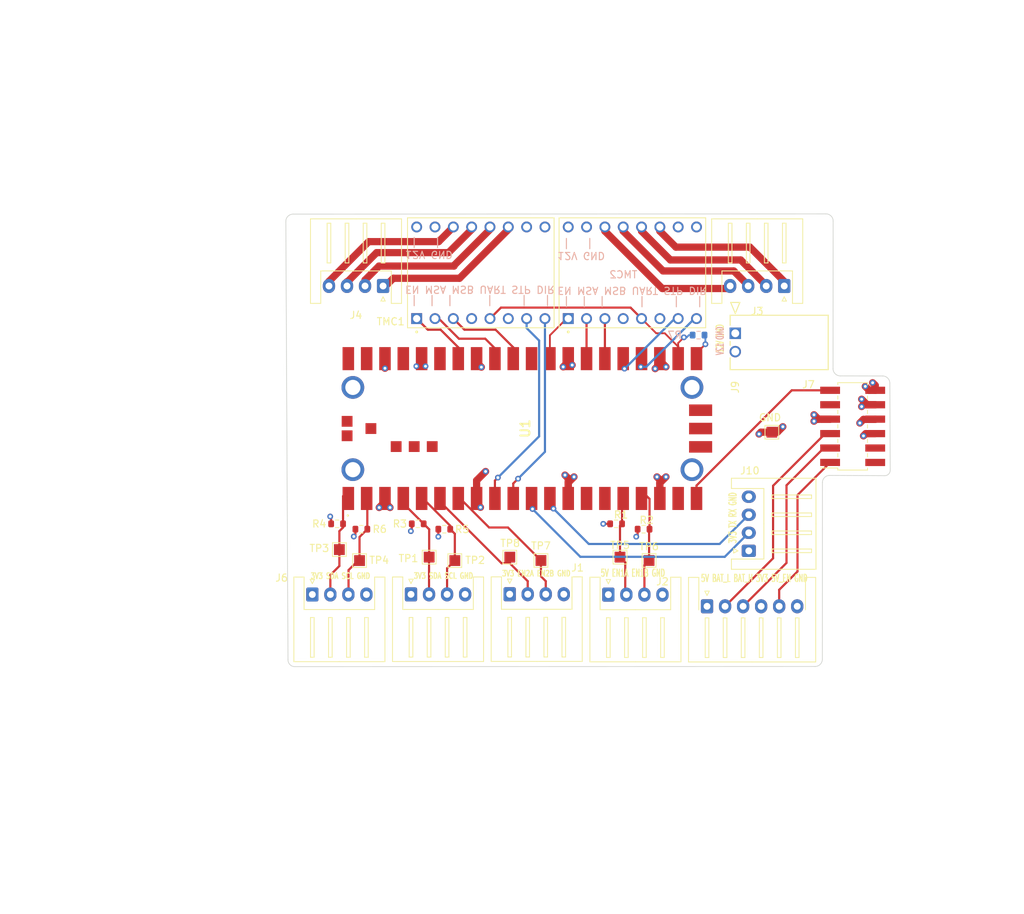
<source format=kicad_pcb>
(kicad_pcb (version 20240108) (generator "pcbnew") (generator_version "8.0")
  (layers (0 "F.Cu" signal) (1 "In1.Cu" power) (2 "In2.Cu" power) (31 "B.Cu" signal) (34 "B.Paste" user) (35 "F.Paste" user) (36 "B.SilkS" user "B.Silkscreen") (37 "F.SilkS" user "F.Silkscreen") (38 "B.Mask" user) (39 "F.Mask" user) (44 "Edge.Cuts" user))
  (net 0 "")
  (net 1 "SDA")
  (net 2 "SCL")
  (net 3 "ENCODER_1A")
  (net 4 "+3V3")
  (net 5 "ENCODER_1B")
  (net 6 "STEPA")
  (net 8 "UART_PDN")
  (net 9 "Net-(U1-GPIO16)")
  (net 10 "MS1A")
  (net 11 "GND")
  (net 12 "+12V")
  (net 13 "DIRA")
  (net 14 "STEPB")
  (net 15 "MS2B")
  (net 16 "MS1B")
  (net 17 "DIRB")
  (net 18 "ENCODER_2A")
  (net 19 "ENCODER_2B")
  (net 20 "SDA_PI")
  (net 21 "SCL_PI")
  (net 22 "ENA")
  (net 23 "BATT_SENSE_LV")
  (net 24 "BATT_SENSE_HV")
  (net 30 "5V_EN")
  (net 31 "OUT_RX")
  (net 32 "OUT_TX")
  (net 33 "+5V")
  (net 34 "12V_ENABLE")
  (net 36 "ENB")
  (net 38 "/Motor2A2")
  (net 39 "/Motor2A1")
  (net 40 "/Motor2B2")
  (net 41 "/Motor2B1")
  (net 42 "/Motor1B1")
  (net 43 "/Motor1B2")
  (net 44 "/Motor1A1")
  (net 45 "/Motor1A2")
  (net 47 "TX1")
  (net 48 "RX1")
  (net 49 "MS2A")
  (footprint "Connector_JST:JST_XH_S4B-XH-A_1x04_P2.50mm_Horizontal" (layer "F.Cu") (at 121.98 105.552)
    (property "Reference" "J6" (at -4.25 -2.3 0) (layer "F.SilkS"))
    (property "Value" "Conn_01x04")
    (pad "1" thru_hole roundrect (at 0 0) (size 1.7 1.95) (drill 0.95) (layers "*.Cu" "*.Mask") (roundrect_rratio 0.1470588235) (net 4 "+3V3"))
    (pad "2" thru_hole oval (at 2.5 0) (size 1.7 1.95) (drill 0.95) (layers "*.Cu" "*.Mask") (net 1 "SDA"))
    (pad "3" thru_hole oval (at 5 0) (size 1.7 1.95) (drill 0.95) (layers "*.Cu" "*.Mask") (net 2 "SCL"))
    (pad "4" thru_hole oval (at 7.5 0) (size 1.7 1.95) (drill 0.95) (layers "*.Cu" "*.Mask") (net 11 "GND"))
  )
  (footprint "Resistor_SMD:R_0603_1608Metric" (layer "F.Cu") (at 136.589 95.758 180)
    (property "Reference" "R3" (at 2.477 0 0) (layer "F.SilkS"))
    (property "Value" "4k7")
    (pad "1" smd roundrect (at -0.825 0 180) (size 0.8 0.95) (layers "F.Cu" "F.Paste" "F.Mask") (net 20 "SDA_PI"))
    (pad "2" smd roundrect (at 0.825 0 180) (size 0.8 0.95) (layers "F.Cu" "F.Paste" "F.Mask") (net 4 "+3V3"))
  )
  (footprint "Connector_JST:JST_XH_S4B-XH-A_1x04_P2.50mm_Horizontal" (layer "F.Cu") (at 163.0125 105.57)
    (property "Reference" "J2" (at 7.5 -1.8 0) (layer "F.SilkS"))
    (property "Value" "Conn_01x04")
    (pad "1" thru_hole roundrect (at 0 0) (size 1.7 1.95) (drill 0.95) (layers "*.Cu" "*.Mask") (roundrect_rratio 0.1470588235) (net 33 "+5V"))
    (pad "2" thru_hole oval (at 2.5 0) (size 1.7 1.95) (drill 0.95) (layers "*.Cu" "*.Mask") (net 3 "ENCODER_1A"))
    (pad "3" thru_hole oval (at 5 0) (size 1.7 1.95) (drill 0.95) (layers "*.Cu" "*.Mask") (net 5 "ENCODER_1B"))
    (pad "4" thru_hole oval (at 7.5 0) (size 1.7 1.95) (drill 0.95) (layers "*.Cu" "*.Mask") (net 11 "GND"))
  )
  (footprint "Connector_JST:JST_XH_S4B-XH-A_1x04_P2.50mm_Horizontal" (layer "F.Cu") (at 149.335 105.516)
    (property "Reference" "J1" (at 9.415 -3.662 0) (layer "F.SilkS"))
    (property "Value" "Conn_01x04")
    (pad "1" thru_hole roundrect (at 0 0) (size 1.7 1.95) (drill 0.95) (layers "*.Cu" "*.Mask") (roundrect_rratio 0.1470588235) (net 4 "+3V3"))
    (pad "2" thru_hole oval (at 2.5 0) (size 1.7 1.95) (drill 0.95) (layers "*.Cu" "*.Mask") (net 18 "ENCODER_2A"))
    (pad "3" thru_hole oval (at 5 0) (size 1.7 1.95) (drill 0.95) (layers "*.Cu" "*.Mask") (net 19 "ENCODER_2B"))
    (pad "4" thru_hole oval (at 7.5 0) (size 1.7 1.95) (drill 0.95) (layers "*.Cu" "*.Mask") (net 11 "GND"))
  )
  (footprint "TestPoint:TestPoint_Pad_1.5x1.5mm" (layer "F.Cu") (at 153.67 100.838)
    (property "Reference" "TP7" (at 0 -2.032 0) (layer "F.SilkS"))
    (property "Value" "TestPoint")
    (pad "1" smd rect (at 0 0) (size 1.5 1.5) (layers "F.Cu" "F.Mask") (net 19 "ENCODER_2B"))
  )
  (footprint "MCU_RaspberryPi_and_Boards:PICO" (layer "F.Cu") (at 151.1 82.55 90)
    (property "Reference" "U1" (at 0 0.4 90) (layer "F.SilkS") (effects (font (size 1.27 1.27) (thickness 0.254))))
    (property "Value" "Pico" (hide yes))
    (pad "1" smd rect (at -9.69 -24.13 180) (size 1.6 3.2) (layers "F.Cu" "F.Paste" "F.Mask") (net 1 "SDA"))
    (pad "2" smd rect (at -9.69 -21.59 180) (size 1.6 3.2) (layers "F.Cu" "F.Paste" "F.Mask") (net 2 "SCL"))
    (pad "3" smd rect (at -9.69 -19.05 180) (size 1.6 3.2) (layers "F.Cu" "F.Paste" "F.Mask") (net 11 "GND"))
    (pad "4" smd rect (at -9.69 -16.51 180) (size 1.6 3.2) (layers "F.Cu" "F.Paste" "F.Mask") (net 20 "SDA_PI"))
    (pad "5" smd rect (at -9.69 -13.97 180) (size 1.6 3.2) (layers "F.Cu" "F.Paste" "F.Mask") (net 21 "SCL_PI"))
    (pad "6" smd rect (at -9.69 -11.43 180) (size 1.6 3.2) (layers "F.Cu" "F.Paste" "F.Mask") (net 18 "ENCODER_2A"))
    (pad "7" smd rect (at -9.69 -8.89 180) (size 1.6 3.2) (layers "F.Cu" "F.Paste" "F.Mask") (net 19 "ENCODER_2B"))
    (pad "8" smd rect (at -9.69 -6.35 180) (size 1.6 3.2) (layers "F.Cu" "F.Paste" "F.Mask") (net 11 "GND"))
    (pad "9" smd rect (at -9.69 -3.81 180) (size 1.6 3.2) (layers "F.Cu" "F.Paste" "F.Mask") (net 6 "STEPA"))
    (pad "10" smd rect (at -9.69 -1.27 180) (size 1.6 3.2) (layers "F.Cu" "F.Paste" "F.Mask") (net 13 "DIRA"))
    (pad "11" smd rect (at -9.69 1.27 180) (size 1.6 3.2) (layers "F.Cu" "F.Paste" "F.Mask") (net 47 "TX1"))
    (pad "12" smd rect (at -9.69 3.81 180) (size 1.6 3.2) (layers "F.Cu" "F.Paste" "F.Mask") (net 48 "RX1"))
    (pad "13" smd rect (at -9.69 6.35 180) (size 1.6 3.2) (layers "F.Cu" "F.Paste" "F.Mask") (net 11 "GND"))
    (pad "14" smd rect (at -9.69 8.89 180) (size 1.6 3.2) (layers "F.Cu" "F.Paste" "F.Mask"))
    (pad "15" smd rect (at -9.69 11.43 180) (size 1.6 3.2) (layers "F.Cu" "F.Paste" "F.Mask"))
    (pad "16" smd rect (at -9.69 13.97 180) (size 1.6 3.2) (layers "F.Cu" "F.Paste" "F.Mask") (net 3 "ENCODER_1A"))
    (pad "17" smd rect (at -9.69 16.51 180) (size 1.6 3.2) (layers "F.Cu" "F.Paste" "F.Mask") (net 5 "ENCODER_1B"))
    (pad "18" smd rect (at -9.69 19.05 180) (size 1.6 3.2) (layers "F.Cu" "F.Paste" "F.Mask") (net 11 "GND"))
    (pad "19" smd rect (at -9.69 21.59 180) (size 1.6 3.2) (layers "F.Cu" "F.Paste" "F.Mask"))
    (pad "20" smd rect (at -9.69 24.13 180) (size 1.6 3.2) (layers "F.Cu" "F.Paste" "F.Mask") (net 34 "12V_ENABLE"))
    (pad "21" smd rect (at 9.69 24.13 180) (size 1.6 3.2) (layers "F.Cu" "F.Paste" "F.Mask") (net 9 "Net-(U1-GPIO16)"))
    (pad "22" smd rect (at 9.69 21.59 180) (size 1.6 3.2) (layers "F.Cu" "F.Paste" "F.Mask") (net 8 "UART_PDN"))
    (pad "23" smd rect (at 9.69 19.05 180) (size 1.6 3.2) (layers "F.Cu" "F.Paste" "F.Mask") (net 11 "GND"))
    (pad "24" smd rect (at 9.69 16.51 180) (size 1.6 3.2) (layers "F.Cu" "F.Paste" "F.Mask") (net 17 "DIRB"))
    (pad "25" smd rect (at 9.69 13.97 180) (size 1.6 3.2) (layers "F.Cu" "F.Paste" "F.Mask") (net 14 "STEPB"))
    (pad "26" smd rect (at 9.69 11.43 180) (size 1.6 3.2) (layers "F.Cu" "F.Paste" "F.Mask") (net 15 "MS2B"))
    (pad "27" smd rect (at 9.69 8.89 180) (size 1.6 3.2) (layers "F.Cu" "F.Paste" "F.Mask") (net 49 "MS2A"))
    (pad "28" smd rect (at 9.69 6.35 180) (size 1.6 3.2) (layers "F.Cu" "F.Paste" "F.Mask") (net 11 "GND"))
    (pad "29" smd rect (at 9.69 3.81 180) (size 1.6 3.2) (layers "F.Cu" "F.Paste" "F.Mask") (net 36 "ENB"))
    (pad "30" smd rect (at 9.69 1.27 180) (size 1.6 3.2) (layers "F.Cu" "F.Paste" "F.Mask"))
    (pad "31" smd rect (at 9.69 -1.27 180) (size 1.6 3.2) (layers "F.Cu" "F.Paste" "F.Mask") (net 16 "MS1B"))
    (pad "32" smd rect (at 9.69 -3.81 180) (size 1.6 3.2) (layers "F.Cu" "F.Paste" "F.Mask") (net 10 "MS1A"))
    (pad "33" smd rect (at 9.69 -6.35 180) (size 1.6 3.2) (layers "F.Cu" "F.Paste" "F.Mask") (net 11 "GND"))
    (pad "34" smd rect (at 9.69 -8.89 180) (size 1.6 3.2) (layers "F.Cu" "F.Paste" "F.Mask") (net 22 "ENA"))
    (pad "35" smd rect (at 9.69 -11.43 180) (size 1.6 3.2) (layers "F.Cu" "F.Paste" "F.Mask"))
    (pad "36" smd rect (at 9.69 -13.97 180) (size 1.6 3.2) (layers "F.Cu" "F.Paste" "F.Mask") (net 4 "+3V3"))
    (pad "37" smd rect (at 9.69 -16.51 180) (size 1.6 3.2) (layers "F.Cu" "F.Paste" "F.Mask"))
    (pad "38" smd rect (at 9.69 -19.05 180) (size 1.6 3.2) (layers "F.Cu" "F.Paste" "F.Mask") (net 11 "GND"))
    (pad "39" smd rect (at 9.69 -21.59 180) (size 1.6 3.2) (layers "F.Cu" "F.Paste" "F.Mask"))
    (pad "40" smd rect (at 9.69 -24.13 180) (size 1.6 3.2) (layers "F.Cu" "F.Paste" "F.Mask"))
    (pad "D1" smd rect (at -2.54 24.7 90) (size 1.6 3.2) (layers "F.Cu" "F.Paste" "F.Mask"))
    (pad "D2" smd rect (at 0 24.7 90) (size 1.6 3.2) (layers "F.Cu" "F.Paste" "F.Mask"))
    (pad "D3" smd rect (at 2.54 24.7 90) (size 1.6 3.2) (layers "F.Cu" "F.Paste" "F.Mask"))
    (pad "MH1" thru_hole circle (at -5.7 -23.5 90) (size 3.15 3.15) (drill 2.1) (layers "*.Cu" "*.Mask"))
    (pad "MH2" thru_hole circle (at 5.7 -23.5 90) (size 3.15 3.15) (drill 2.1) (layers "*.Cu" "*.Mask"))
    (pad "MH3" thru_hole circle (at -5.7 23.5 90) (size 3.15 3.15) (drill 2.1) (layers "*.Cu" "*.Mask"))
    (pad "MH4" thru_hole circle (at 5.7 23.5 90) (size 3.15 3.15) (drill 2.1) (layers "*.Cu" "*.Mask"))
    (pad "TP1" smd rect (at 0 -21 180) (size 1.5 1.5) (layers "F.Cu" "F.Paste" "F.Mask"))
    (pad "TP2" smd rect (at 1 -24.3 180) (size 1.5 1.5) (layers "F.Cu" "F.Paste" "F.Mask"))
    (pad "TP3" smd rect (at -1 -24.3 180) (size 1.5 1.5) (layers "F.Cu" "F.Paste" "F.Mask"))
    (pad "TP4" smd rect (at -2.5 -17.5 180) (size 1.5 1.5) (layers "F.Cu" "F.Paste" "F.Mask"))
    (pad "TP5" smd rect (at -2.5 -15 180) (size 1.5 1.5) (layers "F.Cu" "F.Paste" "F.Mask"))
    (pad "TP6" smd rect (at -2.5 -12.5 180) (size 1.5 1.5) (layers "F.Cu" "F.Paste" "F.Mask"))
  )
  (footprint "TestPoint:TestPoint_Pad_1.5x1.5mm" (layer "F.Cu") (at 164.626808 100.376)
    (property "Reference" "TP5" (at 0 -1.648 0) (layer "F.SilkS"))
    (property "Value" "TestPoint")
    (pad "1" smd rect (at 0 0) (size 1.5 1.5) (layers "F.Cu" "F.Mask") (net 3 "ENCODER_1A"))
  )
  (footprint "Connector_PinSocket_2.00mm:PinSocket_2x06_P2.00mm_Vertical_SMD" (layer "F.Cu") (at 196.875 82.25 180)
    (property "Reference" "J7" (at 6.121 5.796 180) (layer "F.SilkS"))
    (property "Value" "Conn_02x06_Odd_Even")
    (pad "1" smd rect (at 3.125 -5 180) (size 2.75 1) (layers "F.Cu" "F.Paste" "F.Mask") (net 30 "5V_EN"))
    (pad "2" smd rect (at -3.125 -5 180) (size 2.75 1) (layers "F.Cu" "F.Paste" "F.Mask") (net 31 "OUT_RX"))
    (pad "3" smd rect (at 3.125 -3 180) (size 2.75 1) (layers "F.Cu" "F.Paste" "F.Mask") (net 24 "BATT_SENSE_HV"))
    (pad "4" smd rect (at -3.125 -3 180) (size 2.75 1) (layers "F.Cu" "F.Paste" "F.Mask") (net 32 "OUT_TX"))
    (pad "5" smd rect (at 3.125 -1 180) (size 2.75 1) (layers "F.Cu" "F.Paste" "F.Mask") (net 23 "BATT_SENSE_LV"))
    (pad "6" smd rect (at -3.125 -1 180) (size 2.75 1) (layers "F.Cu" "F.Paste" "F.Mask") (net 11 "GND"))
    (pad "7" smd rect (at 3.125 1 180) (size 2.75 1) (layers "F.Cu" "F.Paste" "F.Mask") (net 11 "GND"))
    (pad "8" smd rect (at -3.125 1 180) (size 2.75 1) (layers "F.Cu" "F.Paste" "F.Mask") (net 33 "+5V"))
    (pad "9" smd rect (at 3.125 3 180) (size 2.75 1) (layers "F.Cu" "F.Paste" "F.Mask"))
    (pad "10" smd rect (at -3.125 3 180) (size 2.75 1) (layers "F.Cu" "F.Paste" "F.Mask") (net 4 "+3V3"))
    (pad "11" smd rect (at 3.125 5 180) (size 2.75 1) (layers "F.Cu" "F.Paste" "F.Mask") (net 34 "12V_ENABLE"))
    (pad "12" smd rect (at -3.125 5 180) (size 2.75 1) (layers "F.Cu" "F.Paste" "F.Mask") (net 11 "GND"))
  )
  (footprint "power_conn:CON_1719740002_MOL" (layer "F.Cu") (at 180.605001 69.34835 90)
    (property "Reference" "J9" (at -7.46765 -0.011001 90) (layer "F.SilkS"))
    (property "Value" "Conn_01x02")
    (pad "1" thru_hole rect (at 0 0 90) (size 1.59 1.59) (drill 1.09) (layers "*.Cu" "*.Mask") (net 11 "GND"))
    (pad "2" thru_hole circle (at -2.54 0 90) (size 1.59 1.59) (drill 1.09) (layers "*.Cu" "*.Mask") (net 12 "+12V"))
  )
  (footprint "Resistor_SMD:R_0603_1608Metric" (layer "F.Cu") (at 167.894 96.499 180)
    (property "Reference" "R2" (at -0.425 1.25 0) (layer "F.SilkS"))
    (property "Value" "4K7")
    (pad "1" smd roundrect (at -0.825 0 180) (size 0.8 0.95) (layers "F.Cu" "F.Paste" "F.Mask") (net 5 "ENCODER_1B"))
    (pad "2" smd roundrect (at 0.825 0 180) (size 0.8 0.95) (layers "F.Cu" "F.Paste" "F.Mask") (net 4 "+3V3"))
  )
  (footprint "Connector_JST:JST_XH_S6B-XH-A-1_1x06_P2.50mm_Horizontal" (layer "F.Cu") (at 176.69 107.188)
    (property "Reference" "J8" (hide yes))
    (property "Value" "Conn_01x06_MountingPin")
    (pad "1" thru_hole roundrect (at 0 0) (size 1.7 1.95) (drill 0.95) (layers "*.Cu" "*.Mask") (roundrect_rratio 0.1470588235) (net 33 "+5V"))
    (pad "2" thru_hole oval (at 2.5 0) (size 1.7 1.95) (drill 0.95) (layers "*.Cu" "*.Mask") (net 23 "BATT_SENSE_LV"))
    (pad "3" thru_hole oval (at 5 0) (size 1.7 1.95) (drill 0.95) (layers "*.Cu" "*.Mask") (net 24 "BATT_SENSE_HV"))
    (pad "4" thru_hole oval (at 7.5 0) (size 1.7 1.95) (drill 0.95) (layers "*.Cu" "*.Mask") (net 4 "+3V3"))
    (pad "5" thru_hole oval (at 10 0) (size 1.7 1.95) (drill 0.95) (layers "*.Cu" "*.Mask") (net 30 "5V_EN"))
    (pad "6" thru_hole oval (at 12.5 0) (size 1.7 1.95) (drill 0.95) (layers "*.Cu" "*.Mask") (net 11 "GND"))
  )
  (footprint "TestPoint:TestPoint_Pad_1.5x1.5mm" (layer "F.Cu") (at 128.524 100.85)
    (property "Reference" "TP4" (at 2.726 -0.05 0) (layer "F.SilkS"))
    (property "Value" "TestPoint")
    (pad "1" smd rect (at 0 0) (size 1.5 1.5) (layers "F.Cu" "F.Mask") (net 2 "SCL"))
  )
  (footprint "TMC2209:MODULE_TMC2209_SILENTSTEPSTICK" (layer "F.Cu") (at 145.334666 60.96 90)
    (property "Reference" "TMC1" (at -6.762 -12.492666 180) (layer "F.SilkS"))
    (property "Value" "~")
    (pad "1" thru_hole rect (at -6.35 -8.89 90) (size 1.508 1.508) (drill 1) (layers "*.Cu" "*.Mask") (net 22 "ENA"))
    (pad "2" thru_hole circle (at -6.35 -6.35 90) (size 1.508 1.508) (drill 1) (layers "*.Cu" "*.Mask") (net 10 "MS1A"))
    (pad "3" thru_hole circle (at -6.35 -3.81 90) (size 1.508 1.508) (drill 1) (layers "*.Cu" "*.Mask") (net 16 "MS1B"))
    (pad "4" thru_hole circle (at -6.35 -1.27 90) (size 1.508 1.508) (drill 1) (layers "*.Cu" "*.Mask"))
    (pad "5" thru_hole circle (at -6.35 1.27 90) (size 1.508 1.508) (drill 1) (layers "*.Cu" "*.Mask") (net 8 "UART_PDN"))
    (pad "6" thru_hole circle (at -6.35 3.81 90) (size 1.508 1.508) (drill 1) (layers "*.Cu" "*.Mask") (net 11 "GND"))
    (pad "7" thru_hole circle (at -6.35 6.35 90) (size 1.508 1.508) (drill 1) (layers "*.Cu" "*.Mask") (net 6 "STEPA"))
    (pad "8" thru_hole circle (at -6.35 8.89 90) (size 1.508 1.508) (drill 1) (layers "*.Cu" "*.Mask") (net 13 "DIRA"))
    (pad "9" thru_hole circle (at 6.35 -8.89 90) (size 1.508 1.508) (drill 1) (layers "*.Cu" "*.Mask") (net 12 "+12V"))
    (pad "10" thru_hole circle (at 6.35 -6.35 90) (size 1.508 1.508) (drill 1) (layers "*.Cu" "*.Mask") (net 11 "GND"))
    (pad "11" thru_hole circle (at 6.35 -3.81 90) (size 1.508 1.508) (drill 1) (layers "*.Cu" "*.Mask") (net 45 "/Motor1A2"))
    (pad "12" thru_hole circle (at 6.35 -1.27 90) (size 1.508 1.508) (drill 1) (layers "*.Cu" "*.Mask") (net 44 "/Motor1A1"))
    (pad "13" thru_hole circle (at 6.35 1.27 90) (size 1.508 1.508) (drill 1) (layers "*.Cu" "*.Mask") (net 43 "/Motor1B2"))
    (pad "14" thru_hole circle (at 6.35 3.81 90) (size 1.508 1.508) (drill 1) (layers "*.Cu" "*.Mask") (net 42 "/Motor1B1"))
    (pad "15" thru_hole circle (at 6.35 6.35 90) (size 1.508 1.508) (drill 1) (layers "*.Cu" "*.Mask") (net 4 "+3V3"))
    (pad "16" thru_hole circle (at 6.35 8.89 90) (size 1.508 1.508) (drill 1) (layers "*.Cu" "*.Mask") (net 11 "GND"))
  )
  (footprint "Resistor_SMD:R_0603_1608Metric" (layer "F.Cu") (at 128.778 96.499 180)
    (property "Reference" "R6" (at -2.54 0 180) (layer "F.SilkS"))
    (property "Value" "4k7")
    (pad "1" smd roundrect (at -0.825 0 180) (size 0.8 0.95) (layers "F.Cu" "F.Paste" "F.Mask") (net 2 "SCL"))
    (pad "2" smd roundrect (at 0.825 0 180) (size 0.8 0.95) (layers "F.Cu" "F.Paste" "F.Mask") (net 4 "+3V3"))
  )
  (footprint "Resistor_SMD:R_0603_1608Metric" (layer "F.Cu") (at 164.084 95.758 180)
    (property "Reference" "R1" (at -0.675 1.25 0) (layer "F.SilkS"))
    (property "Value" "4K7")
    (pad "1" smd roundrect (at -0.825 0 180) (size 0.8 0.95) (layers "F.Cu" "F.Paste" "F.Mask") (net 3 "ENCODER_1A"))
    (pad "2" smd roundrect (at 0.825 0 180) (size 0.8 0.95) (layers "F.Cu" "F.Paste" "F.Mask") (net 4 "+3V3"))
  )
  (footprint "Connector_JST:JST_XH_S4B-XH-A_1x04_P2.50mm_Horizontal" (layer "F.Cu") (at 182.478 99.5 90)
    (property "Reference" "J10" (at 11.108 0.148 180) (layer "F.SilkS"))
    (property "Value" "Conn_01x04")
    (pad "1" thru_hole roundrect (at 0 0 90) (size 1.7 1.95) (drill 0.95) (layers "*.Cu" "*.Mask") (roundrect_rratio 0.1470588235) (net 4 "+3V3"))
    (pad "2" thru_hole oval (at 2.5 0 90) (size 1.7 1.95) (drill 0.95) (layers "*.Cu" "*.Mask") (net 47 "TX1"))
    (pad "3" thru_hole oval (at 5 0 90) (size 1.7 1.95) (drill 0.95) (layers "*.Cu" "*.Mask") (net 48 "RX1"))
    (pad "4" thru_hole oval (at 7.5 0 90) (size 1.7 1.95) (drill 0.95) (layers "*.Cu" "*.Mask") (net 11 "GND"))
  )
  (footprint "Resistor_SMD:R_0603_1608Metric" (layer "F.Cu") (at 125.413 95.758 180)
    (property "Reference" "R4" (at 2.477 0 180) (layer "F.SilkS"))
    (property "Value" "4k7")
    (pad "1" smd roundrect (at -0.825 0 180) (size 0.8 0.95) (layers "F.Cu" "F.Paste" "F.Mask") (net 1 "SDA"))
    (pad "2" smd roundrect (at 0.825 0 180) (size 0.8 0.95) (layers "F.Cu" "F.Paste" "F.Mask") (net 4 "+3V3"))
  )
  (footprint "TestPoint:TestPoint_Pad_1.5x1.5mm" (layer "F.Cu") (at 168.656 100.838)
    (property "Reference" "TP6" (at -0.006 -1.938 0) (layer "F.SilkS"))
    (property "Value" "TestPoint")
    (pad "1" smd rect (at 0 0) (size 1.5 1.5) (layers "F.Cu" "F.Mask") (net 5 "ENCODER_1B"))
  )
  (footprint "TestPoint:TestPoint_Pad_1.5x1.5mm" (layer "F.Cu") (at 125.73 99.326)
    (property "Reference" "TP3" (at -2.78 -0.176 0) (layer "F.SilkS"))
    (property "Value" "TestPoint")
    (pad "1" smd rect (at 0 0) (size 1.5 1.5) (layers "F.Cu" "F.Mask") (net 1 "SDA"))
  )
  (footprint "TestPoint:TestPoint_Pad_1.5x1.5mm" (layer "F.Cu") (at 141.732 100.85)
    (property "Reference" "TP2" (at 2.818 -0.05 0) (layer "F.SilkS"))
    (property "Value" "TestPoint")
    (pad "1" smd rect (at 0 0) (size 1.5 1.5) (layers "F.Cu" "F.Mask") (net 21 "SCL_PI"))
  )
  (footprint "TestPoint:TestPoint_Pad_1.5x1.5mm" (layer "F.Cu") (at 149.352 100.376)
    (property "Reference" "TP8" (at 0.048 -1.926 0) (layer "F.SilkS"))
    (property "Value" "TestPoint")
    (pad "1" smd rect (at 0 0) (size 1.5 1.5) (layers "F.Cu" "F.Mask") (net 18 "ENCODER_2A"))
  )
  (footprint "TestPoint:TestPoint_Pad_1.5x1.5mm" (layer "F.Cu") (at 185.674 83.058)
    (property "Reference" "GND" (at -0.254 -2.032 0) (layer "F.SilkS"))
    (property "Value" "TestPoint")
    (pad "1" smd rect (at 0 0) (size 1.5 1.5) (layers "F.Cu" "F.Mask") (net 11 "GND"))
  )
  (footprint "Connector_JST:JST_XH_S4B-XH-A_1x04_P2.50mm_Horizontal" (layer "F.Cu") (at 131.786 62.79 180)
    (property "Reference" "J4" (at 3.75 -4.05 0) (layer "F.SilkS"))
    (property "Value" "Conn_01x04")
    (pad "1" thru_hole roundrect (at 0 0 180) (size 1.7 1.95) (drill 0.95) (layers "*.Cu" "*.Mask") (roundrect_rratio 0.1470588235) (net 42 "/Motor1B1"))
    (pad "2" thru_hole oval (at 2.5 0 180) (size 1.7 1.95) (drill 0.95) (layers "*.Cu" "*.Mask") (net 43 "/Motor1B2"))
    (pad "3" thru_hole oval (at 5 0 180) (size 1.7 1.95) (drill 0.95) (layers "*.Cu" "*.Mask") (net 44 "/Motor1A1"))
    (pad "4" thru_hole oval (at 7.5 0 180) (size 1.7 1.95) (drill 0.95) (layers "*.Cu" "*.Mask") (net 45 "/Motor1A2"))
  )
  (footprint "Connector_JST:JST_XH_S4B-XH-A_1x04_P2.50mm_Horizontal" (layer "F.Cu") (at 187.392 62.79 180)
    (property "Reference" "J3" (at 3.75 -3.5 0) (layer "F.SilkS"))
    (property "Value" "Conn_01x04")
    (pad "1" thru_hole roundrect (at 0 0 180) (size 1.7 1.95) (drill 0.95) (layers "*.Cu" "*.Mask") (roundrect_rratio 0.1470588235) (net 41 "/Motor2B1"))
    (pad "2" thru_hole oval (at 2.5 0 180) (size 1.7 1.95) (drill 0.95) (layers "*.Cu" "*.Mask") (net 40 "/Motor2B2"))
    (pad "3" thru_hole oval (at 5 0 180) (size 1.7 1.95) (drill 0.95) (layers "*.Cu" "*.Mask") (net 39 "/Motor2A1"))
    (pad "4" thru_hole oval (at 7.5 0 180) (size 1.7 1.95) (drill 0.95) (layers "*.Cu" "*.Mask") (net 38 "/Motor2A2"))
  )
  (footprint "TestPoint:TestPoint_Pad_1.5x1.5mm" (layer "F.Cu") (at 138.176 100.376)
    (property "Reference" "TP1" (at -2.876 0.174 0) (layer "F.SilkS"))
    (property "Value" "TestPoint")
    (pad "1" smd rect (at 0 0) (size 1.5 1.5) (layers "F.Cu" "F.Mask") (net 20 "SDA_PI"))
  )
  (footprint "Connector_JST:JST_XH_S4B-XH-A_1x04_P2.50mm_Horizontal" (layer "F.Cu") (at 135.6575 105.534)
    (property "Reference" "J5" (hide yes))
    (property "Value" "Conn_01x04")
    (pad "1" thru_hole roundrect (at 0 0) (size 1.7 1.95) (drill 0.95) (layers "*.Cu" "*.Mask") (roundrect_rratio 0.1470588235) (net 4 "+3V3"))
    (pad "2" thru_hole oval (at 2.5 0) (size 1.7 1.95) (drill 0.95) (layers "*.Cu" "*.Mask") (net 20 "SDA_PI"))
    (pad "3" thru_hole oval (at 5 0) (size 1.7 1.95) (drill 0.95) (layers "*.Cu" "*.Mask") (net 21 "SCL_PI"))
    (pad "4" thru_hole oval (at 7.5 0) (size 1.7 1.95) (drill 0.95) (layers "*.Cu" "*.Mask") (net 11 "GND"))
  )
  (footprint "Resistor_SMD:R_0603_1608Metric" (layer "F.Cu") (at 140.271 96.499 180)
    (property "Reference" "R5" (at -2.477 -0.021 0) (layer "F.SilkS"))
    (property "Value" "4k7")
    (pad "1" smd roundrect (at -0.825 0 180) (size 0.8 0.95) (layers "F.Cu" "F.Paste" "F.Mask") (net 21 "SCL_PI"))
    (pad "2" smd roundrect (at 0.825 0 180) (size 0.8 0.95) (layers "F.Cu" "F.Paste" "F.Mask") (net 4 "+3V3"))
  )
  (footprint "TMC2209:MODULE_TMC2209_SILENTSTEPSTICK" (layer "F.Cu") (at 166.343332 60.96 90)
    (property "Reference" "TMC2" (at -0.254 -1.243332 0) (layer "B.SilkS") (effects (justify mirror)))
    (property "Value" "~")
    (pad "1" thru_hole rect (at -6.35 -8.89 90) (size 1.508 1.508) (drill 1) (layers "*.Cu" "*.Mask") (net 36 "ENB"))
    (pad "2" thru_hole circle (at -6.35 -6.35 90) (size 1.508 1.508) (drill 1) (layers "*.Cu" "*.Mask") (net 49 "MS2A"))
    (pad "3" thru_hole circle (at -6.35 -3.81 90) (size 1.508 1.508) (drill 1) (layers "*.Cu" "*.Mask") (net 15 "MS2B"))
    (pad "4" thru_hole circle (at -6.35 -1.27 90) (size 1.508 1.508) (drill 1) (layers "*.Cu" "*.Mask"))
    (pad "5" thru_hole circle (at -6.35 1.27 90) (size 1.508 1.508) (drill 1) (layers "*.Cu" "*.Mask") (net 8 "UART_PDN"))
    (pad "6" thru_hole circle (at -6.35 3.81 90) (size 1.508 1.508) (drill 1) (layers "*.Cu" "*.Mask") (net 11 "GND"))
    (pad "7" thru_hole circle (at -6.35 6.35 90) (size 1.508 1.508) (drill 1) (layers "*.Cu" "*.Mask") (net 14 "STEPB"))
    (pad "8" thru_hole circle (at -6.35 8.89 90) (size 1.508 1.508) (drill 1) (layers "*.Cu" "*.Mask") (net 17 "DIRB"))
    (pad "9" thru_hole circle (at 6.35 -8.89 90) (size 1.508 1.508) (drill 1) (layers "*.Cu" "*.Mask") (net 12 "+12V"))
    (pad "10" thru_hole circle (at 6.35 -6.35 90) (size 1.508 1.508) (drill 1) (layers "*.Cu" "*.Mask") (net 11 "GND"))
    (pad "11" thru_hole circle (at 6.35 -3.81 90) (size 1.508 1.508) (drill 1) (layers "*.Cu" "*.Mask") (net 38 "/Motor2A2"))
    (pad "12" thru_hole circle (at 6.35 -1.27 90) (size 1.508 1.508) (drill 1) (layers "*.Cu" "*.Mask") (net 39 "/Motor2A1"))
    (pad "13" thru_hole circle (at 6.35 1.27 90) (size 1.508 1.508) (drill 1) (layers "*.Cu" "*.Mask") (net 40 "/Motor2B2"))
    (pad "14" thru_hole circle (at 6.35 3.81 90) (size 1.508 1.508) (drill 1) (layers "*.Cu" "*.Mask") (net 41 "/Motor2B1"))
    (pad "15" thru_hole circle (at 6.35 6.35 90) (size 1.508 1.508) (drill 1) (layers "*.Cu" "*.Mask") (net 4 "+3V3"))
    (pad "16" thru_hole circle (at 6.35 8.89 90) (size 1.508 1.508) (drill 1) (layers "*.Cu" "*.Mask") (net 11 "GND"))
  )
  (footprint "Resistor_SMD:R_0603_1608Metric" (layer "B.Cu") (at 175.514 69.596)
    (property "Reference" "R7" (at -3.302 0 0) (layer "B.SilkS") (effects (justify mirror)))
    (property "Value" "4K7")
    (pad "1" smd roundrect (at -0.825 0) (size 0.8 0.95) (layers "B.Cu" "B.Paste" "B.Mask") (net 8 "UART_PDN"))
    (pad "2" smd roundrect (at 0.825 0) (size 0.8 0.95) (layers "B.Cu" "B.Paste" "B.Mask") (net 9 "Net-(U1-GPIO16)"))
  )
  (gr_line (start 195.158233 75.25) (end 201.026127 75.264214) (stroke (width 0.1)) (layer "Edge.Cuts"))
  (gr_line (start 118.608048 114.566787) (end 118.308049 53.832) (stroke (width 0.1)) (layer "Edge.Cuts"))
  (gr_line (start 192.672446 114.529341) (end 192.683234 90.043554) (stroke (width 0.1)) (layer "Edge.Cuts"))
  (gr_arc (start 195.158233 75.25) (mid 194.451139 74.957095) (end 194.158233 74.25) (stroke (width 0.1)) (layer "Edge.Cuts"))
  (gr_arc (start 119.558049 115.556811) (mid 118.872 115.264315) (end 118.608048 114.566787) (stroke (width 0.1)) (layer "Edge.Cuts"))
  (gr_line (start 191.672446 115.529341) (end 119.558049 115.556811) (stroke (width 0.1)) (layer "Edge.Cuts"))
  (gr_arc (start 192.672446 114.529341) (mid 192.379554 115.236449) (end 191.672446 115.529341) (stroke (width 0.1)) (layer "Edge.Cuts"))
  (gr_arc (start 192.683234 90.043554) (mid 192.976106 89.336399) (end 193.683233 89.043555) (stroke (width 0.1)) (layer "Edge.Cuts"))
  (gr_arc (start 118.308049 53.832) (mid 118.600945 53.124911) (end 119.308049 52.832) (stroke (width 0.1)) (layer "Edge.Cuts"))
  (gr_arc (start 193.172447 52.794553) (mid 193.879569 53.087431) (end 194.172447 53.794553) (stroke (width 0.1)) (layer "Edge.Cuts"))
  (gr_line (start 194.172447 53.794553) (end 194.158233 74.25) (stroke (width 0.1)) (layer "Edge.Cuts"))
  (gr_line (start 202.026127 76.264214) (end 202.08439 88.320251) (stroke (width 0.1)) (layer "Edge.Cuts"))
  (gr_arc (start 202.08439 88.320251) (mid 201.860204 88.861433) (end 201.319021 89.085617) (stroke (width 0.1)) (layer "Edge.Cuts"))
  (gr_line (start 119.308049 52.832) (end 193.172447 52.794553) (stroke (width 0.1)) (layer "Edge.Cuts"))
  (gr_arc (start 201.026127 75.264213) (mid 201.733216 75.557122) (end 202.026127 76.264214) (stroke (width 0.1)) (layer "Edge.Cuts"))
  (gr_line (start 201.319021 89.085617) (end 193.683234 89.043554) (stroke (width 0.1)) (layer "Edge.Cuts"))
  (gr_text "  |  |  |      |     |   |\n EN MSA MSB UART STP DIR\n\n\n 12V GND			   \n  |   |			     \n" (at 134 56.25 180) (layer "B.SilkS") (effects (font (size 1 1)) (justify left bottom mirror)))
  (gr_text "  |  |  |      |     |   |\n EN MSA MSB UART STP DIR\n\n\n 12V GND			   \n  |   |			     \n" (at 155.1 56.4 180) (layer "B.SilkS") (effects (font (size 1 1)) (justify left bottom mirror)))
  (gr_text "GND 12V\n" (at 179.07 68.326 90) (layer "B.SilkS") (effects (font (size 1 0.6)) (justify left bottom mirror)))
  (gr_text "3V3 SDA SCL GND \n" (at 121.68 103.452 0) (layer "F.SilkS") (effects (font (size 0.8 0.6)) (justify left bottom)))
  (gr_text "3V3 SDA SCL GND \n" (at 135.9575 103.434 0) (layer "F.SilkS") (effects (font (size 0.8 0.6)) (justify left bottom)))
  (gr_text "12V GND" (at 179.07 72.136 90) (layer "F.SilkS") (effects (font (size 1 0.6)) (justify left bottom)))
  (gr_text "5V EN1A EN1B GND\n" (at 161.8725 103.16 0) (layer "F.SilkS") (effects (font (size 1 0.6)) (justify left bottom)))
  (gr_text "5V BAT_L BAT_H 3V3 5V_EN GND\n" (at 175.768 103.886 0) (layer "F.SilkS") (effects (font (size 1 0.6)) (justify left bottom)))
  (gr_text "3V3 TX RX GND\n" (at 180.848 98.552 90) (layer "F.SilkS") (effects (font (size 1 0.6)) (justify left bottom)))
  (gr_text "3V3 EN2A EN2B GND \n" (at 148.195 103.106 0) (layer "F.SilkS") (effects (font (size 0.8 0.6)) (justify left bottom)))
  (segment (start 126.238 96.266) (end 125.73 96.774) (width 0.3) (layer "F.Cu") (net 1))
  (segment (start 126.238 91.922) (end 126.238 96.266) (width 0.3) (layer "F.Cu") (net 1))
  (segment (start 125.73 101.6) (end 124.48 102.85) (width 0.3) (layer "F.Cu") (net 1))
  (segment (start 126.97 91.19) (end 126.238 91.922) (width 0.3) (layer "F.Cu") (net 1))
  (segment (start 124.48 102.85) (end 124.48 105.552) (width 0.3) (layer "F.Cu") (net 1))
  (segment (start 125.73 96.774) (end 125.73 101.6) (width 0.3) (layer "F.Cu") (net 1))
  (segment (start 128.524 97.578) (end 129.603 96.499) (width 0.3) (layer "F.Cu") (net 2))
  (segment (start 128.524 100.85) (end 128.524 97.578) (width 0.3) (layer "F.Cu") (net 2))
  (segment (start 127 102.171) (end 128.564 100.607) (width 0.3) (layer "F.Cu") (net 2))
  (segment (start 127 105.532) (end 127 102.171) (width 0.3) (layer "F.Cu") (net 2))
  (segment (start 129.603 96.499) (end 129.603 91.283) (width 0.3) (layer "F.Cu") (net 2))
  (segment (start 126.98 105.552) (end 127 105.532) (width 0.3) (layer "F.Cu") (net 2))
  (segment (start 164.626808 96.040192) (end 164.909 95.758) (width 0.3) (layer "F.Cu") (net 3))
  (segment (start 165.354 105.4115) (end 165.354 101.103192) (width 0.3) (layer "F.Cu") (net 3))
  (segment (start 165.5125 105.57) (end 165.354 105.4115) (width 0.3) (layer "F.Cu") (net 3))
  (segment (start 165.354 101.103192) (end 164.626808 100.376) (width 0.3) (layer "F.Cu") (net 3))
  (segment (start 164.909 95.758) (end 164.909 91.351) (width 0.3) (layer "F.Cu") (net 3))
  (segment (start 164.626808 100.376) (end 164.626808 96.040192) (width 0.3) (layer "F.Cu") (net 3))
  (segment (start 167.069 96.499) (end 167.069 97.345) (width 0.3) (layer "F.Cu") (net 4))
  (segment (start 163.259 95.758) (end 162.306 95.758) (width 0.3) (layer "F.Cu") (net 4))
  (segment (start 124.588 95.758) (end 124.588 94.87) (width 0.3) (layer "F.Cu") (net 4))
  (segment (start 137.13 73.182) (end 137.13 71.81) (width 0.3) (layer "F.Cu") (net 4))
  (segment (start 137.13 73.376) (end 137.668 73.914) (width 0.3) (layer "F.Cu") (net 4))
  (segment (start 127.953 97.285803) (end 127.72672 97.512083) (width 0.3) (layer "F.Cu") (net 4))
  (segment (start 135.764 96.646) (end 135.636 96.774) (width 0.3) (layer "F.Cu") (net 4))
  (segment (start 198.372 79.25) (end 198.12 79.502) (width 1) (layer "F.Cu") (net 4))
  (segment (start 137.13 73.182) (end 136.398 73.914) (width 0.3) (layer "F.Cu") (net 4))
  (segment (start 200 79.25) (end 198.884 79.25) (width 1) (layer "F.Cu") (net 4))
  (segment (start 137.13 71.81) (end 137.13 73.376) (width 0.3) (layer "F.Cu") (net 4))
  (segment (start 198.884 79.25) (end 198.12 78.486) (width 1) (layer "F.Cu") (net 4))
  (segment (start 124.588 94.87) (end 124.46 94.742) (width 0.3) (layer "F.Cu") (net 4))
  (segment (start 139.446 96.499) (end 139.446 97.536) (width 0.3) (layer "F.Cu") (net 4))
  (segment (start 200 79.25) (end 198.372 79.25) (width 1) (layer "F.Cu") (net 4))
  (segment (start 135.764 95.758) (end 135.764 96.646) (width 0.3) (layer "F.Cu") (net 4))
  (segment (start 127.953 96.499) (end 127.953 97.285803) (width 0.3) (layer "F.Cu") (net 4))
  (segment (start 167.069 97.345) (end 166.878 97.536) (width 0.3) (layer "F.Cu") (net 4))
  (via (at 198.12 79.502) (size 0.8) (drill 0.4) (layers "F.Cu" "B.Cu") (net 4))
  (via (at 162.306 95.758) (size 0.8) (drill 0.4) (layers "F.Cu" "B.Cu") (net 4))
  (via (at 166.878 97.536) (size 0.8) (drill 0.4) (layers "F.Cu" "B.Cu") (net 4))
  (via (at 135.636 96.774) (size 0.8) (drill 0.4) (layers "F.Cu" "B.Cu") (net 4))
  (via (at 137.668 73.914) (size 0.8) (drill 0.4) (layers "F.Cu" "B.Cu") (net 4))
  (via (at 127.72672 97.512083) (size 0.8) (drill 0.4) (layers "F.Cu" "B.Cu") (net 4))
  (via (at 136.398 73.914) (size 0.8) (drill 0.4) (layers "F.Cu" "B.Cu") (net 4))
  (via (at 198.12 78.486) (size 0.8) (drill 0.4) (layers "F.Cu" "B.Cu") (net 4))
  (via (at 124.46 94.742) (size 0.8) (drill 0.4) (layers "F.Cu" "B.Cu") (net 4))
  (via (at 139.446 97.536) (size 0.8) (drill 0.4) (layers "F.Cu" "B.Cu") (net 4))
  (segment (start 168.656 100.838) (end 168.656 96.562) (width 0.3) (layer "F.Cu") (net 5))
  (segment (start 168.719 96.499) (end 168.719 92.299) (width 0.3) (layer "F.Cu") (net 5))
  (segment (start 168.656 96.562) (end 168.719 96.499) (width 0.3) (layer "F.Cu") (net 5))
  (segment (start 168.0125 101.4815) (end 168.656 100.838) (width 0.3) (layer "F.Cu") (net 5))
  (segment (start 168.719 92.299) (end 167.61 91.19) (width 0.3) (layer "F.Cu") (net 5))
  (segment (start 168.0125 105.57) (end 168.0125 101.4815) (width 0.3) (layer "F.Cu") (net 5))
  (segment (start 147.29 91.478) (end 147.29 89.76) (width 0.3) (layer "F.Cu") (net 6))
  (segment (start 147.29 89.76) (end 147.7 89.35) (width 0.3) (layer "F.Cu") (net 6))
  (via (at 147.7 89.35) (size 0.8) (drill 0.4) (layers "F.Cu" "B.Cu") (net 6))
  (segment (start 153.416 70.358) (end 151.684666 68.626666) (width 0.3) (layer "B.Cu") (net 6))
  (segment (start 151.684666 68.626666) (end 151.684666 67.66) (width 0.3) (layer "B.Cu") (net 6))
  (segment (start 147.7 89.35) (end 153.416 83.634) (width 0.3) (layer "B.Cu") (net 6))
  (segment (start 153.416 83.634) (end 153.416 70.358) (width 0.3) (layer "B.Cu") (net 6))
  (segment (start 166.089332 65.786) (end 148.128666 65.786) (width 0.3) (layer "F.Cu") (net 8))
  (segment (start 169.645332 69.342) (end 167.867332 67.564) (width 0.25) (layer "F.Cu") (net 8))
  (segment (start 148.128666 65.786) (end 146.604666 67.31) (width 0.3) (layer "F.Cu") (net 8))
  (segment (start 172.69 71.81) (end 172.69 71.2) (width 0.25) (layer "F.Cu") (net 8))
  (segment (start 170.832 69.342) (end 169.645332 69.342) (width 0.25) (layer "F.Cu") (net 8))
  (segment (start 173.482 69.907332) (end 172.69 70.699332) (width 0.25) (layer "F.Cu") (net 8))
  (segment (start 172.69 71.15) (end 172.69 71.81) (width 0.3) (layer "F.Cu") (net 8))
  (segment (start 167.613332 67.31) (end 166.089332 65.786) (width 0.3) (layer "F.Cu") (net 8))
  (segment (start 172.69 70.699332) (end 172.69 72.098) (width 0.25) (layer "F.Cu") (net 8))
  (segment (start 167.613332 67.66) (end 167.613332 67.31) (width 0.3) (layer "F.Cu") (net 8))
  (segment (start 172.69 71.2) (end 170.832 69.342) (width 0.25) (layer "F.Cu") (net 8))
  (via (at 173.482 69.907332) (size 0.8) (drill 0.4) (layers "F.Cu" "B.Cu") (net 8))
  (segment (start 173.482 69.907332) (end 173.869668 69.907332) (width 0.25) (layer "B.Cu") (net 8))
  (segment (start 173.869668 69.907332) (end 174.181 69.596) (width 0.25) (layer "B.Cu") (net 8))
  (segment (start 176.462 70.866) (end 175.23 72.098) (width 0.25) (layer "F.Cu") (net 9))
  (via (at 176.462 70.866) (size 0.8) (drill 0.4) (layers "F.Cu" "B.Cu") (net 9))
  (segment (start 176.462 70.866) (end 176.462 69.719) (width 0.25) (layer "B.Cu") (net 9))
  (segment (start 176.462 69.719) (end 176.339 69.596) (width 0.25) (layer "B.Cu") (net 9))
  (segment (start 145.95 70.098) (end 147.29 71.438) (width 0.3) (layer "F.Cu") (net 10))
  (segment (start 147.29 71.438) (end 147.29 72.098) (width 0.3) (layer "F.Cu") (net 10))
  (segment (start 139.334666 67.31) (end 139.51 67.31) (width 0.3) (layer "F.Cu") (net 10))
  (segment (start 139.51 67.31) (end 142.298 70.098) (width 0.3) (layer "F.Cu") (net 10))
  (segment (start 142.298 70.098) (end 145.95 70.098) (width 0.3) (layer "F.Cu") (net 10))
  (segment (start 144.75 73.182) (end 144.75 71.81) (width 1) (layer "F.Cu") (net 11))
  (segment (start 192.1275 81.25) (end 192.054 81.25) (width 1) (layer "F.Cu") (net 11))
  (segment (start 144.75 89.75) (end 146 88.5) (width 1) (layer "F.Cu") (net 11))
  (segment (start 170.15 91.19) (end 170.15 90.1) (width 1) (layer "F.Cu") (net 11))
  (segment (start 157.45 71.81) (end 157.45 73.3) (width 1) (layer "F.Cu") (net 11))
  (segment (start 185.674 83.058) (end 186.436 83.058) (width 1) (layer "F.Cu") (net 11))
  (segment (start 192.1275 81.25) (end 191.516 80.6385) (width 1) (layer "F.Cu") (net 11))
  (segment (start 191.8 81.25) (end 191.516 81.534) (width 1) (layer "F.Cu") (net 11))
  (segment (start 132.05 91.19) (end 132.05 92.7) (width 1) (layer "F.Cu") (net 11))
  (segment (start 145.288 93.472) (end 144.75 92.934) (width 1) (layer "F.Cu") (net 11))
  (segment (start 157.45 71.81) (end 157.45 73.2) (width 1) (layer "F.Cu") (net 11))
  (segment (start 144.75 73.376) (end 144.75 71.81) (width 1) (layer "F.Cu") (net 11))
  (segment (start 170.15 71.81) (end 170.15 73.15) (width 1) (layer "F.Cu") (net 11))
  (segment (start 132.05 91.19) (end 132.05 92.8) (width 1) (layer "F.Cu") (net 11))
  (segment (start 200 77.25) (end 200 76.556) (width 1) (layer "F.Cu") (net 11))
  (segment (start 157.45 90.05) (end 157.45 91.19) (width 1) (layer "F.Cu") (net 11))
  (segment (start 185.674 83.058) (end 184.15 83.058) (width 1) (layer "F.Cu") (net 11))
  (segment (start 170.15 90.1) (end 171 89.25) (width 1) (layer "F.Cu") (net 11))
  (segment (start 198.69 83.25) (end 198.374 83.566) (width 1) (layer "F.Cu") (net 11))
  (segment (start 184.15 83.058) (end 183.896 83.312) (width 1) (layer "F.Cu") (net 11))
  (segment (start 157.45 73.3) (end 156.75 74) (width 1) (layer "F.Cu") (net 11))
  (segment (start 170.15 89.65) (end 169.75 89.25) (width 1) (layer "F.Cu") (net 11))
  (segment (start 132.05 71.81) (end 132.05 74.2) (width 1) (layer "F.Cu") (net 11))
  (segment (start 158.25 89.25) (end 157.45 90.05) (width 1) (layer "F.Cu") (net 11))
  (segment (start 144.75 91.19) (end 144.75 89.75) (width 1) (layer "F.Cu") (net 11))
  (segment (start 145.415001 74.041001) (end 144.75 73.376) (width 1) (layer "F.Cu") (net 11))
  (segment (start 193.75 81.25) (end 191.8 81.25) (width 1) (layer "F.Cu") (net 11))
  (segment (start 170.15 73.6) (end 169.5 74.25) (width 1) (layer "F.Cu") (net 11))
  (segment (start 200 76.556) (end 199.644 76.2) (width 1) (layer "F.Cu") (net 11))
  (segment (start 144.75 92.934) (end 144.75 91.19) (width 1) (layer "F.Cu") (net 11))
  (segment (start 186.436 83.058) (end 187.198 82.296) (width 1) (layer "F.Cu") (net 11))
  (segment (start 200 83.25) (end 198.69 83.25) (width 1) (layer "F.Cu") (net 11))
  (segment (start 132.05 92.7) (end 131.25 93.5) (width 1) (layer "F.Cu") (net 11))
  (segment (start 157.45 89.45) (end 157.45 91.19) (width 1) (layer "F.Cu") (net 11))
  (segment (start 157 89) (end 157.45 89.45) (width 1) (layer "F.Cu") (net 11))
  (segment (start 193.75 81.25) (end 192.1275 81.25) (width 1) (layer "F.Cu") (net 11))
  (segment (start 157.45 73.2) (end 158 73.75) (width 1) (layer "F.Cu") (net 11))
  (segment (start 170.15 73.15) (end 171 74) (width 1) (layer "F.Cu") (net 11))
  (segment (start 132.05 92.8) (end 132.75 93.5) (width 1) (layer "F.Cu") (net 11))
  (segment (start 170.15 71.81) (end 170.15 73.6) (width 1) (layer "F.Cu") (net 11))
  (segment (start 200 77.25) (end 199.17 77.25) (width 1) (layer "F.Cu") (net 11))
  (segment (start 170.15 91.19) (end 170.15 89.65) (width 1) (layer "F.Cu") (net 11))
  (segment (start 199.17 77.25) (end 198.628 76.708) (width 1) (layer "F.Cu") (net 11))
  (via (at 199.644 76.2) (size 0.8) (drill 0.4) (layers "F.Cu" "B.Cu") (net 11))
  (via (at 156.75 74) (size 0.8) (drill 0.4) (layers "F.Cu" "B.Cu") (net 11))
  (via (at 169.75 89.25) (size 0.8) (drill 0.4) (layers "F.Cu" "B.Cu") (net 11))
  (via (at 171 74) (size 0.8) (drill 0.4) (layers "F.Cu" "B.Cu") (net 11))
  (via (at 198.374 83.566) (size 0.8) (drill 0.4) (layers "F.Cu" "B.Cu") (net 11))
  (via (at 131.25 93.5) (size 0.8) (drill 0.4) (layers "F.Cu" "B.Cu") (net 11))
  (via (at 158 73.75) (size 0.8) (drill 0.4) (layers "F.Cu" "B.Cu") (net 11))
  (via (at 145.415001 74.041001) (size 0.8) (drill 0.4) (layers "F.Cu" "B.Cu") (net 11))
  (via (at 146 88.5) (size 0.8) (drill 0.4) (layers "F.Cu" "B.Cu") (net 11))
  (via (at 187.198 82.296) (size 0.8) (drill 0.4) (layers "F.Cu" "B.Cu") (net 11))
  (via (at 198.628 76.708) (size 0.8) (drill 0.4) (layers "F.Cu" "B.Cu") (net 11))
  (via (at 191.516 81.534) (size 0.8) (drill 0.4) (layers "F.Cu" "B.Cu") (net 11))
  (via (at 171 89.25) (size 0.8) (drill 0.4) (layers "F.Cu" "B.Cu") (net 11))
  (via (at 158.25 89.25) (size 0.8) (drill 0.4) (layers "F.Cu" "B.Cu") (net 11))
  (via (at 191.516 80.6385) (size 0.8) (drill 0.4) (layers "F.Cu" "B.Cu") (net 11))
  (via (at 169.5 74.25) (size 0.8) (drill 0.4) (layers "F.Cu" "B.Cu") (net 11))
  (via (at 183.896 83.312) (size 0.8) (drill 0.4) (layers "F.Cu" "B.Cu") (net 11))
  (via (at 132.05 74.2) (size 0.8) (drill 0.4) (layers "F.Cu" "B.Cu") (net 11))
  (via (at 157 89) (size 0.8) (drill 0.4) (layers "F.Cu" "B.Cu") (net 11))
  (via (at 132.75 93.5) (size 0.8) (drill 0.4) (layers "F.Cu" "B.Cu") (net 11))
  (via (at 145.288 93.472) (size 0.8) (drill 0.4) (layers "F.Cu" "B.Cu") (net 11))
  (segment (start 149.83 91.478) (end 149.83 90.17) (width 0.3) (layer "F.Cu") (net 13))
  (segment (start 149.83 90.17) (end 150.5 89.5) (width 0.3) (layer "F.Cu") (net 13))
  (via (at 150.5 89.5) (size 0.8) (drill 0.4) (layers "F.Cu" "B.Cu") (net 13))
  (segment (start 150.5 89.5) (end 154.224666 85.775334) (width 0.3) (layer "B.Cu") (net 13))
  (segment (start 154.224666 85.775334) (end 154.224666 67.66) (width 0.3) (layer "B.Cu") (net 13))
  (segment (start 165.25 74.25) (end 165.25 71.99) (width 0.3) (layer "F.Cu") (net 14))
  (via (at 165.25 74.25) (size 0.8) (drill 0.4) (layers "F.Cu" "B.Cu") (net 14))
  (segment (start 165.272 74.25) (end 172.212 67.31) (width 0.3) (layer "B.Cu") (net 14))
  (segment (start 172.212 67.31) (end 172.693332 67.31) (width 0.3) (layer "B.Cu") (net 14))
  (segment (start 165.25 74.25) (end 165.272 74.25) (width 0.3) (layer "B.Cu") (net 14))
  (segment (start 162.533332 72.094668) (end 162.53 72.098) (width 0.3) (layer "F.Cu") (net 15))
  (segment (start 162.53 68.042) (end 162.052 67.564) (width 0.25) (layer "F.Cu") (net 15))
  (segment (start 162.533332 67.31) (end 162.533332 72.094668) (width 0.3) (layer "F.Cu") (net 15))
  (segment (start 149.83 72.098) (end 149.83 71.298) (width 0.3) (layer "F.Cu") (net 16))
  (segment (start 149.83 71.298) (end 147.382 68.85) (width 0.3) (layer "F.Cu") (net 16))
  (segment (start 143.064666 68.85) (end 141.524666 67.31) (width 0.3) (layer "F.Cu") (net 16))
  (segment (start 147.382 68.85) (end 143.064666 68.85) (width 0.3) (layer "F.Cu") (net 16))
  (segment (start 167.5 74) (end 167.5 71.92) (width 0.3) (layer "F.Cu") (net 17))
  (via (at 167.5 74) (size 0.8) (drill 0.4) (layers "F.Cu" "B.Cu") (net 17))
  (segment (start 174.597961 67.66) (end 175.233332 67.66) (width 0.3) (layer "B.Cu") (net 17))
  (segment (start 167.5 74) (end 168.257961 74) (width 0.3) (layer "B.Cu") (net 17))
  (segment (start 168.257961 74) (end 174.597961 67.66) (width 0.3) (layer "B.Cu") (net 17))
  (segment (start 149.352 101.22) (end 151.835 103.703) (width 0.3) (layer "F.Cu") (net 18))
  (segment (start 139.67 91.624) (end 140.208 92.162) (width 0.3) (layer "F.Cu") (net 18))
  (segment (start 148.21 101.22) (end 149.352 101.22) (width 0.3) (layer "F.Cu") (net 18))
  (segment (start 140.208 92.162) (end 140.208 93.218) (width 0.3) (layer "F.Cu") (net 18))
  (segment (start 151.835 103.703) (end 151.835 105.516) (width 0.3) (layer "F.Cu") (net 18))
  (segment (start 140.208 93.218) (end 148.21 101.22) (width 0.3) (layer "F.Cu") (net 18))
  (segment (start 149.098 96.266) (end 153.67 100.838) (width 0.3) (layer "F.Cu") (net 19))
  (segment (start 153.67 100.838) (end 153.67 103.038) (width 0.3) (layer "F.Cu") (net 19))
  (segment (start 153.67 103.038) (end 154.335 103.703) (width 0.3) (layer "F.Cu") (net 19))
  (segment (start 154.335 103.703) (end 154.335 105.516) (width 0.3) (layer "F.Cu") (net 19))
  (segment (start 146.486 96.266) (end 149.098 96.266) (width 0.3) (layer "F.Cu") (net 19))
  (segment (start 142.21 91.99) (end 146.486 96.266) (width 0.3) (layer "F.Cu") (net 19))
  (segment (start 142.21 91.19) (end 142.21 91.99) (width 0.3) (layer "F.Cu") (net 19))
  (segment (start 138.1575 105.534) (end 138.1575 100.3945) (width 0.3) (layer "F.Cu") (net 20))
  (segment (start 134.59 92.934) (end 134.59 91.19) (width 0.3) (layer "F.Cu") (net 20))
  (segment (start 138.176 96.52) (end 134.59 92.934) (width 0.3) (layer "F.Cu") (net 20))
  (segment (start 138.176 96.52) (end 138.176 100.376) (width 0.3) (layer "F.Cu") (net 20))
  (segment (start 138.1575 100.3945) (end 138.176 100.376) (width 0.3) (layer "F.Cu") (net 20))
  (segment (start 140.6575 105.534) (end 140.6575 101.9245) (width 0.3) (layer "F.Cu") (net 21))
  (segment (start 137.13 92.058) (end 137.13 91.19) (width 0.3) (layer "F.Cu") (net 21))
  (segment (start 141.732 97.135) (end 141.096 96.499) (width 0.3) (layer "F.Cu") (net 21))
  (segment (start 141.096 96.499) (end 141.096 96.024) (width 0.3) (layer "F.Cu") (net 21))
  (segment (start 140.6575 101.9245) (end 141.732 100.85) (width 0.3) (layer "F.Cu") (net 21))
  (segment (start 141.096 96.024) (end 137.13 92.058) (width 0.3) (layer "F.Cu") (net 21))
  (segment (start 141.732 100.85) (end 141.732 97.135) (width 0.3) (layer "F.Cu") (net 21))
  (segment (start 142.21 72.098) (end 142.21 71.298) (width 0.3) (layer "F.Cu") (net 22))
  (segment (start 136.794666 67.66) (end 136.444666 67.66) (width 0.3) (layer "F.Cu") (net 22))
  (segment (start 142.21 71.298) (end 139.762 68.85) (width 0.3) (layer "F.Cu") (net 22))
  (segment (start 139.762 68.85) (end 137.984666 68.85) (width 0.3) (layer "F.Cu") (net 22))
  (segment (start 137.984666 68.85) (end 136.794666 67.66) (width 0.3) (layer "F.Cu") (net 22))
  (segment (start 185.844 90.481) (end 193.075 83.25) (width 0.3) (layer "F.Cu") (net 23))
  (segment (start 179.19 107.188) (end 185.844 100.534) (width 0.3) (layer "F.Cu") (net 23))
  (segment (start 193.075 83.25) (end 193.75 83.25) (width 0.3) (layer "F.Cu") (net 23))
  (segment (start 185.844 100.534) (end 185.844 90.481) (width 0.3) (layer "F.Cu") (net 23))
  (segment (start 181.69 107.188) (end 187.706 101.172) (width 0.3) (layer "F.Cu") (net 24))
  (segment (start 187.706 101.172) (end 187.706 90.424) (width 0.3) (layer "F.Cu") (net 24))
  (segment (start 192.88 85.25) (end 193.75 85.25) (width 0.3) (layer "F.Cu") (net 24))
  (segment (start 187.706 90.424) (end 192.88 85.25) (width 0.3) (layer "F.Cu") (net 24))
  (segment (start 189.23 102.362) (end 189.23 91.77) (width 0.3) (layer "F.Cu") (net 30))
  (segment (start 186.69 107.188) (end 186.69 104.902) (width 0.3) (layer "F.Cu") (net 30))
  (segment (start 186.69 104.902) (end 189.23 102.362) (width 0.3) (layer "F.Cu") (net 30))
  (segment (start 189.23 91.77) (end 193.75 87.25) (width 0.3) (layer "F.Cu") (net 30))
  (segment (start 199.97 81.28) (end 200 81.25) (width 1) (layer "F.Cu") (net 33))
  (segment (start 198.374 81.28) (end 199.97 81.28) (width 1) (layer "F.Cu") (net 33))
  (segment (start 197.866 81.788) (end 198.374 81.28) (width 1) (layer "F.Cu") (net 33))
  (via (at 197.866 81.788) (size 0.8) (drill 0.4) (layers "F.Cu" "B.Cu") (net 33))
  (segment (start 188.434 77.25) (end 193.75 77.25) (width 0.3) (layer "F.Cu") (net 34))
  (segment (start 175.23 91.478) (end 175.23 90.454) (width 0.3) (layer "F.Cu") (net 34))
  (segment (start 175.23 90.454) (end 188.434 77.25) (width 0.3) (layer "F.Cu") (net 34))
  (segment (start 154.91 69.626) (end 156.972 67.564) (width 0.25) (layer "F.Cu") (net 36))
  (segment (start 154.91 71.81) (end 154.91 69.626) (width 0.25) (layer "F.Cu") (net 36))
  (segment (start 162.533332 55.187332) (end 170.486 63.14) (width 1) (layer "F.Cu") (net 38))
  (segment (start 162.533332 54.61) (end 162.533332 55.187332) (width 1) (layer "F.Cu") (net 38))
  (segment (start 170.486 63.14) (end 179.892 63.14) (width 1) (layer "F.Cu") (net 38))
  (segment (start 165.073332 55.187332) (end 170.592 60.706) (width 1) (layer "F.Cu") (net 39))
  (segment (start 180.394871 60.706) (end 182.392 62.703129) (width 1) (layer "F.Cu") (net 39))
  (segment (start 170.592 60.706) (end 180.394871 60.706) (width 1) (layer "F.Cu") (net 39))
  (segment (start 165.073332 54.61) (end 165.073332 55.187332) (width 1) (layer "F.Cu") (net 39))
  (segment (start 167.613332 55.187332) (end 171.608 59.182) (width 1) (layer "F.Cu") (net 40))
  (segment (start 181.356 59.182) (end 184.892 62.718) (width 1) (layer "F.Cu") (net 40))
  (segment (start 167.613332 54.61) (end 167.613332 55.187332) (width 1) (layer "F.Cu") (net 40))
  (segment (start 171.608 59.182) (end 181.356 59.182) (width 1) (layer "F.Cu") (net 40))
  (segment (start 182.626 57.404) (end 187.392 62.17) (width 1) (layer "F.Cu") (net 41))
  (segment (start 187.392 62.17) (end 187.392 63.14) (width 1) (layer "F.Cu") (net 41))
  (segment (start 170.153332 55.187332) (end 172.37 57.404) (width 1) (layer "F.Cu") (net 41))
  (segment (start 172.37 57.404) (end 182.626 57.404) (width 1) (layer "F.Cu") (net 41))
  (segment (start 170.153332 54.61) (end 170.153332 55.187332) (width 1) (layer "F.Cu") (net 41))
  (segment (start 133.204 61.722) (end 131.786 63.14) (width 1) (layer "F.Cu") (net 42))
  (segment (start 142.382666 61.722) (end 133.204 61.722) (width 1) (layer "F.Cu") (net 42))
  (segment (start 149.144666 54.96) (end 142.382666 61.722) (width 1) (layer "F.Cu") (net 42))
  (segment (start 129.286 63.14) (end 129.286 61.965766) (width 1) (layer "F.Cu") (net 43))
  (segment (start 141.620666 60.028666) (end 141.620666 59.944) (width 1) (layer "F.Cu") (net 43))
  (segment (start 131.2231 60.028666) (end 141.620666 60.028666) (width 1) (layer "F.Cu") (net 43))
  (segment (start 141.620666 59.944) (end 146.604666 54.96) (width 1) (layer "F.Cu") (net 43))
  (segment (start 129.286 61.965766) (end 131.2231 60.028666) (width 1) (layer "F.Cu") (net 43))
  (segment (start 130.894667 58.166) (end 126.786 62.274667) (width 1) (layer "F.Cu") (net 44))
  (segment (start 144.064666 54.96) (end 140.858666 58.166) (width 1) (layer "F.Cu") (net 44))
  (segment (start 144.064666 54.61) (end 144.064666 54.96) (width 1) (layer "F.Cu") (net 44))
  (segment (start 126.786 62.19) (end 126.786 63.14) (width 1) (layer "F.Cu") (net 44))
  (segment (start 140.858666 58.166) (end 130.894667 58.166) (width 1) (layer "F.Cu") (net 44))
  (segment (start 126.786 62.274667) (end 126.786 62.79) (width 1) (layer "F.Cu") (net 44))
  (segment (start 139.492666 56.642) (end 141.524666 54.61) (width 1) (layer "F.Cu") (net 45))
  (segment (start 124.286 62.79) (end 124.286 62.15) (width 1) (layer "F.Cu") (net 45))
  (segment (start 129.794 56.642) (end 139.492666 56.642) (width 1) (layer "F.Cu") (net 45))
  (segment (start 124.286 62.15) (end 129.794 56.642) (width 1) (layer "F.Cu") (net 45))
  (segment (start 152.5 93.7) (end 152.5 91.608) (width 0.3) (layer "F.Cu") (net 47))
  (segment (start 152.5 91.608) (end 152.37 91.478) (width 0.3) (layer "F.Cu") (net 47))
  (via (at 152.5 93.7) (size 0.8) (drill 0.4) (layers "F.Cu" "B.Cu") (net 47))
  (segment (start 179.148 100.33) (end 159.13 100.33) (width 0.3) (layer "B.Cu") (net 47))
  (segment (start 182.478 97) (end 179.148 100.33) (width 0.3) (layer "B.Cu") (net 47))
  (segment (start 159.13 100.33) (end 152.5 93.7) (width 0.3) (layer "B.Cu") (net 47))
  (segment (start 154.91 91.478) (end 154.91 93.16) (width 0.3) (layer "F.Cu") (net 48))
  (segment (start 154.91 93.16) (end 155.4 93.65) (width 0.3) (layer "F.Cu") (net 48))
  (via (at 155.4 93.65) (size 0.8) (drill 0.4) (layers "F.Cu" "B.Cu") (net 48))
  (segment (start 160.302 98.552) (end 155.4 93.65) (width 0.3) (layer "B.Cu") (net 48))
  (segment (start 178.426 98.552) (end 160.302 98.552) (width 0.3) (layer "B.Cu") (net 48))
  (segment (start 182.478 94.5) (end 178.426 98.552) (width 0.3) (layer "B.Cu") (net 48))
  (segment (start 159.993332 68.038668) (end 159.993332 67.31) (width 0.25) (layer "F.Cu") (net 49))
  (segment (start 159.99 72.098) (end 159.99 67.663332) (width 0.3) (layer "F.Cu") (net 49))
  (segment (start 159.99 67.663332) (end 159.993332 67.66) (width 0.3) (layer "F.Cu") (net 49))
)
</source>
